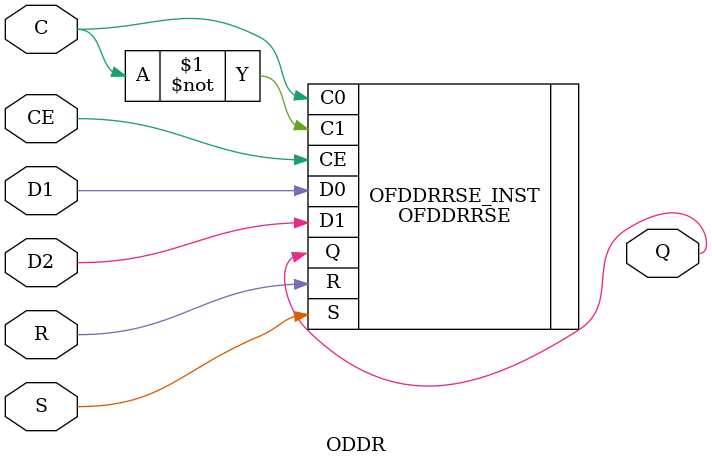
<source format=v>


module ODDR ( input wire D1, D2, 
              input wire C, CE, R, S,
              output wire Q );

OFDDRRSE OFDDRRSE_INST (
    .CE(CE), 
    .C0(C),
    .C1(~C),
    .D0(D1),
    .D1(D2),
    .R(R),
    .S(S),
    .Q(Q)
);

endmodule

</source>
